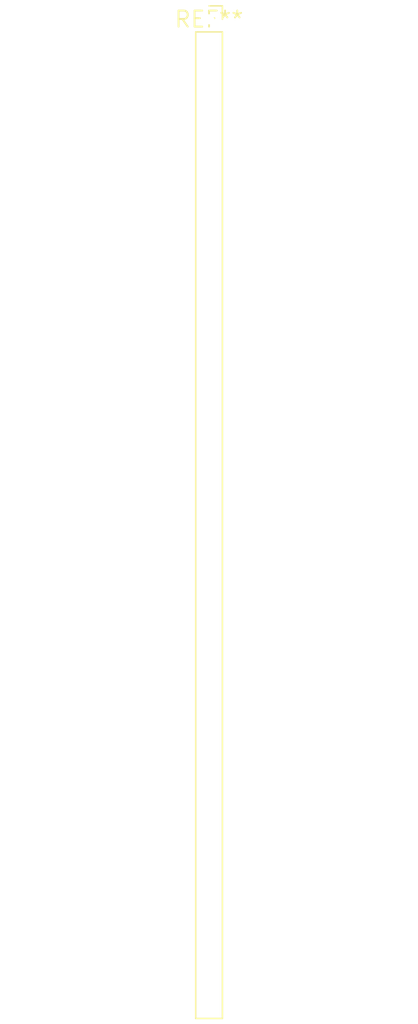
<source format=kicad_pcb>
(kicad_pcb (version 20240108) (generator pcbnew)
  (layers (0 "F.Cu" signal) (31 "B.Cu" signal) (34 "B.Paste" user) (35 "F.Paste" user) (36 "B.SilkS" user "B.Silkscreen") (37 "F.SilkS" user "F.Silkscreen") (38 "B.Mask" user) (39 "F.Mask" user) (44 "Edge.Cuts" user))
  (net 0 "")
  (footprint "PinSocket_1x40_P2.00mm_Vertical" (layer "F.Cu") (at 0 0)
    (property "Reference" "REF**")
    (property "Value" "PinSocket_1x40_P2.00mm_Vertical")
    (fp_line (start -1.06 1) (end -1.06 79.06) (layer "F.SilkS") (stroke (width 0.12)))
    (fp_line (start -1.06 1) (end 1.06 1) (layer "F.SilkS") (stroke (width 0.12)))
    (fp_line (start -1.06 79.06) (end 1.06 79.06) (layer "F.SilkS") (stroke (width 0.12)))
    (fp_line (start 0 -1.06) (end 1.06 -1.06) (layer "F.SilkS") (stroke (width 0.12)))
    (fp_line (start 1.06 -1.06) (end 1.06 0) (layer "F.SilkS") (stroke (width 0.12)))
    (fp_line (start 1.06 1) (end 1.06 79.06) (layer "F.SilkS") (stroke (width 0.12)))
    (pad "1" thru_hole rect (at 0 0) (size 1.35 1.35) (drill 0.8) (layers *.Cu *.Mask) (remove_unused_layers))
    (pad "2" thru_hole oval (at 0 2) (size 1.35 1.35) (drill 0.8) (layers *.Cu *.Mask) (remove_unused_layers))
    (pad "3" thru_hole oval (at 0 4) (size 1.35 1.35) (drill 0.8) (layers *.Cu *.Mask) (remove_unused_layers))
    (pad "4" thru_hole oval (at 0 6) (size 1.35 1.35) (drill 0.8) (layers *.Cu *.Mask) (remove_unused_layers))
    (pad "5" thru_hole oval (at 0 8) (size 1.35 1.35) (drill 0.8) (layers *.Cu *.Mask) (remove_unused_layers))
    (pad "6" thru_hole oval (at 0 10) (size 1.35 1.35) (drill 0.8) (layers *.Cu *.Mask) (remove_unused_layers))
    (pad "7" thru_hole oval (at 0 12) (size 1.35 1.35) (drill 0.8) (layers *.Cu *.Mask) (remove_unused_layers))
    (pad "8" thru_hole oval (at 0 14) (size 1.35 1.35) (drill 0.8) (layers *.Cu *.Mask) (remove_unused_layers))
    (pad "9" thru_hole oval (at 0 16) (size 1.35 1.35) (drill 0.8) (layers *.Cu *.Mask) (remove_unused_layers))
    (pad "10" thru_hole oval (at 0 18) (size 1.35 1.35) (drill 0.8) (layers *.Cu *.Mask) (remove_unused_layers))
    (pad "11" thru_hole oval (at 0 20) (size 1.35 1.35) (drill 0.8) (layers *.Cu *.Mask) (remove_unused_layers))
    (pad "12" thru_hole oval (at 0 22) (size 1.35 1.35) (drill 0.8) (layers *.Cu *.Mask) (remove_unused_layers))
    (pad "13" thru_hole oval (at 0 24) (size 1.35 1.35) (drill 0.8) (layers *.Cu *.Mask) (remove_unused_layers))
    (pad "14" thru_hole oval (at 0 26) (size 1.35 1.35) (drill 0.8) (layers *.Cu *.Mask) (remove_unused_layers))
    (pad "15" thru_hole oval (at 0 28) (size 1.35 1.35) (drill 0.8) (layers *.Cu *.Mask) (remove_unused_layers))
    (pad "16" thru_hole oval (at 0 30) (size 1.35 1.35) (drill 0.8) (layers *.Cu *.Mask) (remove_unused_layers))
    (pad "17" thru_hole oval (at 0 32) (size 1.35 1.35) (drill 0.8) (layers *.Cu *.Mask) (remove_unused_layers))
    (pad "18" thru_hole oval (at 0 34) (size 1.35 1.35) (drill 0.8) (layers *.Cu *.Mask) (remove_unused_layers))
    (pad "19" thru_hole oval (at 0 36) (size 1.35 1.35) (drill 0.8) (layers *.Cu *.Mask) (remove_unused_layers))
    (pad "20" thru_hole oval (at 0 38) (size 1.35 1.35) (drill 0.8) (layers *.Cu *.Mask) (remove_unused_layers))
    (pad "21" thru_hole oval (at 0 40) (size 1.35 1.35) (drill 0.8) (layers *.Cu *.Mask) (remove_unused_layers))
    (pad "22" thru_hole oval (at 0 42) (size 1.35 1.35) (drill 0.8) (layers *.Cu *.Mask) (remove_unused_layers))
    (pad "23" thru_hole oval (at 0 44) (size 1.35 1.35) (drill 0.8) (layers *.Cu *.Mask) (remove_unused_layers))
    (pad "24" thru_hole oval (at 0 46) (size 1.35 1.35) (drill 0.8) (layers *.Cu *.Mask) (remove_unused_layers))
    (pad "25" thru_hole oval (at 0 48) (size 1.35 1.35) (drill 0.8) (layers *.Cu *.Mask) (remove_unused_layers))
    (pad "26" thru_hole oval (at 0 50) (size 1.35 1.35) (drill 0.8) (layers *.Cu *.Mask) (remove_unused_layers))
    (pad "27" thru_hole oval (at 0 52) (size 1.35 1.35) (drill 0.8) (layers *.Cu *.Mask) (remove_unused_layers))
    (pad "28" thru_hole oval (at 0 54) (size 1.35 1.35) (drill 0.8) (layers *.Cu *.Mask) (remove_unused_layers))
    (pad "29" thru_hole oval (at 0 56) (size 1.35 1.35) (drill 0.8) (layers *.Cu *.Mask) (remove_unused_layers))
    (pad "30" thru_hole oval (at 0 58) (size 1.35 1.35) (drill 0.8) (layers *.Cu *.Mask) (remove_unused_layers))
    (pad "31" thru_hole oval (at 0 60) (size 1.35 1.35) (drill 0.8) (layers *.Cu *.Mask) (remove_unused_layers))
    (pad "32" thru_hole oval (at 0 62) (size 1.35 1.35) (drill 0.8) (layers *.Cu *.Mask) (remove_unused_layers))
    (pad "33" thru_hole oval (at 0 64) (size 1.35 1.35) (drill 0.8) (layers *.Cu *.Mask) (remove_unused_layers))
    (pad "34" thru_hole oval (at 0 66) (size 1.35 1.35) (drill 0.8) (layers *.Cu *.Mask) (remove_unused_layers))
    (pad "35" thru_hole oval (at 0 68) (size 1.35 1.35) (drill 0.8) (layers *.Cu *.Mask) (remove_unused_layers))
    (pad "36" thru_hole oval (at 0 70) (size 1.35 1.35) (drill 0.8) (layers *.Cu *.Mask) (remove_unused_layers))
    (pad "37" thru_hole oval (at 0 72) (size 1.35 1.35) (drill 0.8) (layers *.Cu *.Mask) (remove_unused_layers))
    (pad "38" thru_hole oval (at 0 74) (size 1.35 1.35) (drill 0.8) (layers *.Cu *.Mask) (remove_unused_layers))
    (pad "39" thru_hole oval (at 0 76) (size 1.35 1.35) (drill 0.8) (layers *.Cu *.Mask) (remove_unused_layers))
    (pad "40" thru_hole oval (at 0 78) (size 1.35 1.35) (drill 0.8) (layers *.Cu *.Mask) (remove_unused_layers))
  )
)
</source>
